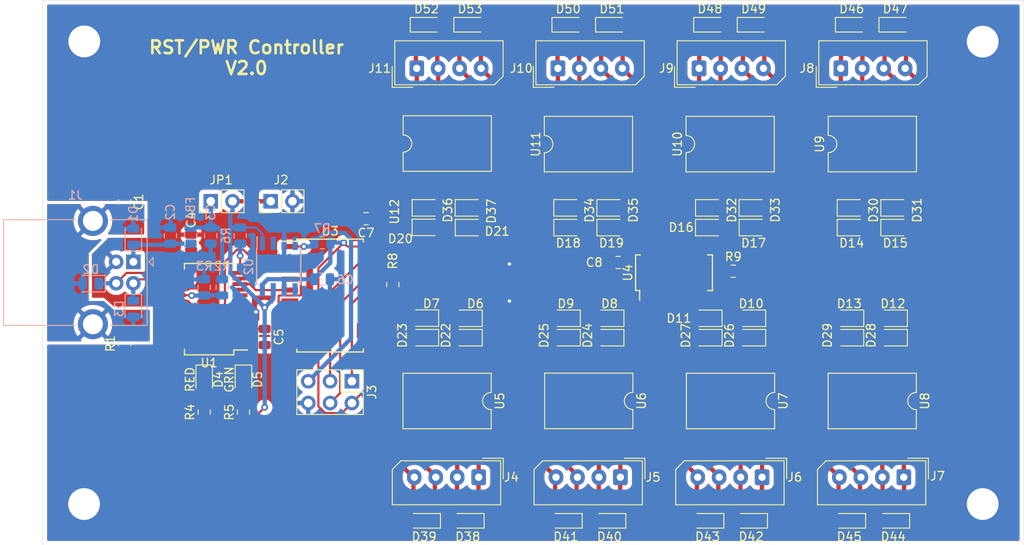
<source format=kicad_pcb>
(kicad_pcb (version 20210228) (generator pcbnew)
  (layers (0 "F.Cu" signal) (31 "B.Cu" signal) (34 "B.Paste" user) (35 "F.Paste" user) (36 "B.SilkS" user "B.Silkscreen") (37 "F.SilkS" user "F.Silkscreen") (38 "B.Mask" user) (39 "F.Mask" user) (44 "Edge.Cuts" user))
  (net 0 "")
  (net 1 "GNDPWR")
  (net 2 "Earth")
  (net 3 "Net-(C2-Pad1)")
  (net 4 "Net-(C3-Pad1)")
  (net 5 "Net-(C5-Pad1)")
  (net 6 "Net-(C6-Pad1)")
  (net 7 "Net-(D2-Pad1)")
  (net 8 "Net-(D3-Pad1)")
  (net 9 "Net-(D4-Pad2)")
  (net 10 "Net-(D4-Pad1)")
  (net 11 "Net-(D5-Pad2)")
  (net 12 "Net-(D5-Pad1)")
  (net 13 "Net-(D22-Pad2)")
  (net 14 "Net-(D6-Pad1)")
  (net 15 "Net-(D23-Pad2)")
  (net 16 "Net-(D7-Pad1)")
  (net 17 "Net-(D24-Pad2)")
  (net 18 "Net-(D8-Pad1)")
  (net 19 "Net-(D25-Pad2)")
  (net 20 "Net-(D9-Pad1)")
  (net 21 "Net-(D10-Pad2)")
  (net 22 "Net-(D10-Pad1)")
  (net 23 "Net-(D11-Pad2)")
  (net 24 "Net-(D11-Pad1)")
  (net 25 "Net-(D12-Pad2)")
  (net 26 "Net-(D12-Pad1)")
  (net 27 "Net-(D13-Pad2)")
  (net 28 "Net-(D13-Pad1)")
  (net 29 "Net-(D14-Pad2)")
  (net 30 "Net-(D14-Pad1)")
  (net 31 "Net-(D15-Pad2)")
  (net 32 "Net-(D15-Pad1)")
  (net 33 "Net-(D16-Pad2)")
  (net 34 "Net-(D16-Pad1)")
  (net 35 "Net-(D17-Pad2)")
  (net 36 "Net-(D17-Pad1)")
  (net 37 "Net-(D18-Pad2)")
  (net 38 "Net-(D18-Pad1)")
  (net 39 "Net-(D19-Pad2)")
  (net 40 "Net-(D19-Pad1)")
  (net 41 "Net-(D20-Pad2)")
  (net 42 "Net-(D20-Pad1)")
  (net 43 "Net-(D21-Pad2)")
  (net 44 "Net-(D21-Pad1)")
  (net 45 "Net-(D38-Pad2)")
  (net 46 "Net-(D38-Pad1)")
  (net 47 "Net-(D39-Pad2)")
  (net 48 "Net-(D39-Pad1)")
  (net 49 "Net-(D40-Pad2)")
  (net 50 "Net-(D40-Pad1)")
  (net 51 "Net-(D41-Pad2)")
  (net 52 "Net-(D41-Pad1)")
  (net 53 "Net-(D42-Pad2)")
  (net 54 "Net-(D42-Pad1)")
  (net 55 "Net-(D43-Pad2)")
  (net 56 "Net-(D43-Pad1)")
  (net 57 "Net-(D44-Pad2)")
  (net 58 "Net-(D44-Pad1)")
  (net 59 "Net-(D45-Pad2)")
  (net 60 "Net-(D45-Pad1)")
  (net 61 "Net-(D46-Pad2)")
  (net 62 "Net-(D46-Pad1)")
  (net 63 "Net-(D47-Pad2)")
  (net 64 "Net-(D47-Pad1)")
  (net 65 "Net-(D48-Pad2)")
  (net 66 "Net-(D48-Pad1)")
  (net 67 "Net-(D49-Pad2)")
  (net 68 "Net-(D49-Pad1)")
  (net 69 "Net-(D50-Pad2)")
  (net 70 "Net-(D50-Pad1)")
  (net 71 "Net-(D51-Pad2)")
  (net 72 "Net-(D51-Pad1)")
  (net 73 "Net-(D52-Pad2)")
  (net 74 "Net-(D52-Pad1)")
  (net 75 "Net-(D53-Pad2)")
  (net 76 "Net-(D53-Pad1)")
  (net 77 "Net-(J3-Pad5)")
  (net 78 "Net-(J3-Pad4)")
  (net 79 "Net-(J3-Pad3)")
  (net 80 "Net-(J3-Pad1)")
  (net 81 "Net-(R2-Pad2)")
  (net 82 "Net-(R6-Pad2)")
  (net 83 "Net-(R8-Pad1)")
  (net 84 "Net-(R9-Pad1)")
  (net 85 "Net-(U1-Pad5)")
  (net 86 "Net-(U1-Pad1)")
  (net 87 "Net-(U3-Pad14)")
  (net 88 "Net-(U3-Pad13)")
  (net 89 "Net-(U3-Pad12)")
  (net 90 "Net-(C4-Pad1)")
  (net 91 "Net-(U1-Pad12)")
  (footprint "Capacitor_SMD:C_0805_2012Metric" (layer "F.Cu") (at 70.485 67.945 -90)
    (fp_text reference "C1")
    (fp_text value "NOPOP")
  )
  (footprint "Capacitor_SMD:C_0805_2012Metric" (layer "F.Cu") (at 86.8045 83.686 -90)
    (fp_text reference "C5")
    (fp_text value "100n")
  )
  (footprint "LED_SMD:LED_0805_2012Metric" (layer "F.Cu") (at 79.756 88.639 -90)
    (fp_text reference "D4")
    (fp_text value "RED")
  )
  (footprint "LED_SMD:LED_0805_2012Metric" (layer "F.Cu") (at 84.328 88.639 -90)
    (fp_text reference "D5")
    (fp_text value "GRN")
  )
  (footprint "Resistor_SMD:R_0805_2012Metric" (layer "F.Cu") (at 70.485 84.455 90)
    (fp_text reference "R1")
    (fp_text value "0Ω")
  )
  (footprint "Resistor_SMD:R_0805_2012Metric" (layer "F.Cu") (at 79.756 92.449 90)
    (fp_text reference "R4")
    (fp_text value "1kΩ")
  )
  (footprint "Resistor_SMD:R_0805_2012Metric" (layer "F.Cu") (at 84.328 92.449 90)
    (fp_text reference "R5")
    (fp_text value "1kΩ")
  )
  (footprint "Resistor_SMD:R_0805_2012Metric" (layer "F.Cu") (at 101.727 77.59 90)
    (fp_text reference "R8")
    (fp_text value "10kΩ")
  )
  (footprint "Connector_PinHeader_2.54mm:PinHeader_1x02_P2.54mm_Vertical" (layer "F.Cu") (at 87.503 67.8745 90)
    (fp_text reference "J2")
    (fp_text value "~")
  )
  (footprint "Capacitor_SMD:C_0805_2012Metric" (layer "F.Cu") (at 98.6155 69.9065 180)
    (fp_text reference "C7")
    (fp_text value "100n")
  )
  (footprint "Package_SO:SSOP-28_5.3x10.2mm_P0.65mm" (layer "F.Cu") (at 80.3275 80.4475 180)
    (fp_text reference "U1")
    (fp_text value "FT232RL")
  )
  (footprint "Connector_PinHeader_2.54mm:PinHeader_1x02_P2.54mm_Vertical" (layer "F.Cu") (at 80.518 67.8745 90)
    (fp_text reference "JP1")
    (fp_text value "~")
  )
  (footprint "Package_SO:SOIC-20W_7.5x12.8mm_P1.27mm" (layer "F.Cu") (at 94.4245 78.86)
    (fp_text reference "U3")
    (fp_text value "ATtiny2313A-20SU")
  )
  (footprint "Package_DIP:SMDIP-8_W9.53mm" (layer "F.Cu") (at 108.077 61.1505 90)
    (fp_text reference "U12")
    (fp_text value "LTV-827S")
  )
  (footprint "Package_DIP:SMDIP-8_W9.53mm" (layer "F.Cu") (at 157.602448 61.20671 90)
    (fp_text reference "U9")
    (fp_text value "LTV-827S")
  )
  (footprint "Package_DIP:SMDIP-8_W9.53mm" (layer "F.Cu") (at 141.0335 61.214 90)
    (fp_text reference "U10")
    (fp_text value "LTV-827S")
  )
  (footprint "LED_SMD:LED_0805_2012Metric" (layer "F.Cu") (at 105.664 70.9168)
    (fp_text reference "D20")
    (fp_text value "RED")
  )
  (footprint "Connector_Molex:Molex_SPOX_5267-04A_1x04_P2.50mm_Vertical" (layer "F.Cu") (at 153.924 52.3875)
    (fp_text reference "J8")
    (fp_text value "~")
  )
  (footprint "Connector_Molex:Molex_SPOX_5267-04A_1x04_P2.50mm_Vertical" (layer "F.Cu") (at 104.521 52.3875)
    (fp_text reference "J11")
    (fp_text value "~")
  )
  (footprint "Diode_SMD:D_0805_2012Metric" (layer "F.Cu") (at 138.684 68.6435)
    (fp_text reference "D32")
    (fp_text value "~")
  )
  (footprint "LED_SMD:LED_0805_2012Metric" (layer "F.Cu") (at 160.274 70.9422)
    (fp_text reference "D15")
    (fp_text value "GRN")
  )
  (footprint "Diode_SMD:D_0805_2012Metric" (layer "F.Cu") (at 155.194 68.6435)
    (fp_text reference "D30")
    (fp_text value "~")
  )
  (footprint "Diode_SMD:D_0805_2012Metric" (layer "F.Cu") (at 143.764 68.6435)
    (fp_text reference "D33")
    (fp_text value "~")
  )
  (footprint "LED_SMD:LED_0805_2012Metric" (layer "F.Cu") (at 143.764 70.9422)
    (fp_text reference "D17")
    (fp_text value "GRN")
  )
  (footprint "Diode_SMD:D_0805_2012Metric" (layer "F.Cu") (at 105.664 68.6435)
    (fp_text reference "D36")
    (fp_text value "~")
  )
  (footprint "LED_SMD:LED_0805_2012Metric" (layer "F.Cu") (at 110.6932 70.9422)
    (fp_text reference "D21")
    (fp_text value "GRN")
  )
  (footprint "Diode_SMD:D_SOD-323_HandSoldering" (layer "F.Cu") (at 110.744 47.3075)
    (fp_text reference "D53")
    (fp_text value "~")
  )
  (footprint "Diode_SMD:D_SOD-323_HandSoldering" (layer "F.Cu") (at 105.664 47.3075)
    (fp_text reference "D52")
    (fp_text value "~")
  )
  (footprint "Diode_SMD:D_SOD-323_HandSoldering" (layer "F.Cu") (at 143.764 47.3075)
    (fp_text reference "D49")
    (fp_text value "~")
  )
  (footprint "Diode_SMD:D_SOD-323_HandSoldering" (layer "F.Cu") (at 138.684 47.3075)
    (fp_text reference "D48")
    (fp_text value "~")
  )
  (footprint "Diode_SMD:D_SOD-323_HandSoldering" (layer "F.Cu") (at 160.274 47.3075)
    (fp_text reference "D47")
    (fp_text value "~")
  )
  (footprint "Diode_SMD:D_SOD-323_HandSoldering" (layer "F.Cu") (at 155.194 47.3075)
    (fp_text reference "D46")
    (fp_text value "~")
  )
  (footprint "Diode_SMD:D_0805_2012Metric" (layer "F.Cu") (at 110.6805 68.6435)
    (fp_text reference "D37")
    (fp_text value "~")
  )
  (footprint "Connector_Molex:Molex_SPOX_5267-04A_1x04_P2.50mm_Vertical" (layer "F.Cu") (at 137.414 52.3875)
    (fp_text reference "J9")
    (fp_text value "~")
  )
  (footprint "Diode_SMD:D_0805_2012Metric" (layer "F.Cu") (at 160.274 68.6435)
    (fp_text reference "D31")
    (fp_text value "~")
  )
  (footprint "LED_SMD:LED_0805_2012Metric" (layer "F.Cu") (at 155.194 70.9422)
    (fp_text reference "D14")
    (fp_text value "RED")
  )
  (footprint "LED_SMD:LED_0805_2012Metric" (layer "F.Cu") (at 110.4646 81.5086 180)
    (fp_text reference "D6")
    (fp_text value "RED")
  )
  (footprint "Diode_SMD:D_0805_2012Metric" (layer "F.Cu") (at 110.4646 83.7692 180)
    (fp_text reference "D22")
    (fp_text value "~")
  )
  (footprint "Diode_SMD:D_SOD-323_HandSoldering" (layer "F.Cu") (at 138.4046 105.1052 180)
    (fp_text reference "D43")
    (fp_text value "~")
  )
  (footprint "Diode_SMD:D_SOD-323_HandSoldering" (layer "F.Cu") (at 143.4846 105.1052 180)
    (fp_text reference "D42")
    (fp_text value "~")
  )
  (footprint "Diode_SMD:D_SOD-323_HandSoldering" (layer "F.Cu") (at 160.0431 105.1052 180)
    (fp_text reference "D44")
    (fp_text value "~")
  )
  (footprint "Diode_SMD:D_0805_2012Metric" (layer "F.Cu") (at 138.4046 83.7692 180)
    (fp_text reference "D27")
    (fp_text value "~")
  )
  (footprint "LED_SMD:LED_0805_2012Metric" (layer "F.Cu") (at 159.9946 81.5086 180)
    (fp_text reference "D12")
    (fp_text value "RED")
  )
  (footprint "LED_SMD:LED_0805_2012Metric" (layer "F.Cu") (at 154.9146 81.5086 180)
    (fp_text reference "D13")
    (fp_text value "GRN")
  )
  (footprint "Diode_SMD:D_0805_2012Metric" (layer "F.Cu") (at 159.9946 83.7692 180)
    (fp_text reference "D28")
    (fp_text value "~")
  )
  (footprint "Connector_Molex:Molex_SPOX_5267-04A_1x04_P2.50mm_Vertical" (layer "F.Cu") (at 161.2646 100.0252 180)
    (fp_text reference "J7")
    (fp_text value "~")
  )
  (footprint "Diode_SMD:D_0805_2012Metric" (layer "F.Cu") (at 105.3846 83.7692 180)
    (fp_text reference "D23")
    (fp_text value "~")
  )
  (footprint "Diode_SMD:D_0805_2012Metric" (layer "F.Cu") (at 154.9146 83.7692 180)
    (fp_text reference "D29")
    (fp_text value "~")
  )
  (footprint "Connector_Molex:Molex_SPOX_5267-04A_1x04_P2.50mm_Vertical" (layer "F.Cu") (at 144.7546 100.0252 180)
    (fp_text reference "J6")
    (fp_text value "~")
  )
  (footprint "Diode_SMD:D_SOD-323_HandSoldering" (layer "F.Cu") (at 154.9146 105.1052 180)
    (fp_text reference "D45")
    (fp_text value "~")
  )
  (footprint "Diode_SMD:D_0805_2012Metric" (layer "F.Cu") (at 143.4846 83.7692 180)
    (fp_text reference "D26")
    (fp_text value "~")
  )
  (footprint "Diode_SMD:D_SOD-323_HandSoldering" (layer "F.Cu") (at 105.3846 105.1052 180)
    (fp_text reference "D39")
    (fp_text value "~")
  )
  (footprint "LED_SMD:LED_0805_2012Metric" (layer "F.Cu") (at 105.3846 81.4832 180)
    (fp_text reference "D7")
    (fp_text value "GRN")
  )
  (footprint "Connector_Molex:Molex_SPOX_5267-04A_1x04_P2.50mm_Vertical" (layer "F.Cu") (at 128.2446 100.0252 180)
    (fp_text reference "J5")
    (fp_text value "~")
  )
  (footprint "LED_SMD:LED_0805_2012Metric" (layer "F.Cu") (at 143.4846 81.5086 180)
    (fp_text reference "D10")
    (fp_text value "RED")
  )
  (footprint "LED_SMD:LED_0805_2012Metric" (layer "F.Cu") (at 138.4046 81.5086 180)
    (fp_text reference "D11")
    (fp_text value "GRN")
  )
  (footprint "Diode_SMD:D_SOD-323_HandSoldering" (layer "F.Cu") (at 110.4646 105.1052 180)
    (fp_text reference "D38")
    (fp_text value "~")
  )
  (footprint "Connector_Molex:Molex_SPOX_5267-04A_1x04_P2.50mm_Vertical" (layer "F.Cu") (at 111.7346 100.0252 180)
    (fp_text reference "J4")
    (fp_text value "~")
  )
  (footprint "Package_SO:SSOP-24_3.9x8.7mm_P0.635mm" (layer "F.Cu") (at 134.493 76.2 90)
    (fp_text reference "U4")
    (fp_text value "TLC59281")
  )
  (footprint "Package_DIP:SMDIP-8_W9.53mm" (layer "F.Cu") (at 108.056152 91.14499 -90)
    (fp_text reference "U5")
    (fp_text value "LTV-827S")
  )
  (footprint "Package_DIP:SMDIP-8_W9.53mm" (layer "F.Cu") (at 141.076152 91.14499 -90)
    (fp_text reference "U7")
    (fp_text value "LTV-827S")
  )
  (footprint "Package_DIP:SMDIP-8_W9.53mm" (layer "F.Cu") (at 157.586152 91.14499 -90)
    (fp_text reference "U8")
    (fp_text value "LTV-827S")
  )
  (footprint "LED_SMD:LED_0805_2012Metric" (layer "F.Cu") (at 138.684 70.9422)
    (fp_text reference "D16")
    (fp_text value "RED")
  )
  (footprint "Package_DIP:SMDIP-8_W9.53mm" (layer "F.Cu") (at 124.5235 61.214 90)
    (fp_text reference "U11")
    (fp_text value "LTV-827S")
  )
  (footprint "Diode_SMD:D_0805_2012Metric" (layer "F.Cu") (at 127.1905 68.6435)
    (fp_text reference "D35")
    (fp_text value "~")
  )
  (footprint "Diode_SMD:D_SOD-323_HandSoldering" (layer "F.Cu") (at 127.254 47.3075)
    (fp_text reference "D51")
    (fp_text value "~")
  )
  (footprint "Diode_SMD:D_SOD-323_HandSoldering" (layer "F.Cu") (at 122.174 47.3075)
    (fp_text reference "D50")
    (fp_text value "~")
  )
  (footprint "Connector_Molex:Molex_SPOX_5267-04A_1x04_P2.50mm_Vertical" (layer "F.Cu") (at 120.9675 52.3875)
    (fp_text reference "J10")
    (fp_text value "~")
  )
  (footprint "LED_SMD:LED_0805_2012Metric" (layer "F.Cu") (at 127.2032 70.9422)
    (fp_text reference "D19")
    (fp_text value "GRN")
  )
  (footprint "LED_SMD:LED_0805_2012Metric" (layer "F.Cu") (at 122.174 70.9422)
    (fp_text reference "D18")
    (fp_text value "RED")
  )
  (footprint "Diode_SMD:D_0805_2012Metric" (layer "F.Cu") (at 122.174 68.6435)
    (fp_text reference "D34")
    (fp_text value "~")
  )
  (footprint "Diode_SMD:D_0805_2012Metric" (layer "F.Cu") (at 121.8946 83.7692 180)
    (fp_text reference "D25")
    (fp_text value "~")
  )
  (footprint "Diode_SMD:D_0805_2012Metric" (layer "F.Cu") (at 126.9746 83.7692 180)
    (fp_text reference "D24")
    (fp_text value "~")
  )
  (footprint "Diode_SMD:D_SOD-323_HandSoldering" (layer "F.Cu") (at 126.9746 105.1052 180)
    (fp_text reference "D40")
    (fp_text value "~")
  )
  (footprint "Diode_SMD:D_SOD-323_HandSoldering" (layer "F.Cu") (at 121.8946 105.1052 180)
    (fp_text reference "D41")
    (fp_text value "~")
  )
  (footprint "LED_SMD:LED_0805_2012Metric" (layer "F.Cu") (at 126.9746 81.5086 180)
    (fp_text reference "D8")
    (fp_text value "RED")
  )
  (footprint "LED_SMD:LED_0805_2012Metric" (layer "F.Cu") (at 121.8946 81.5086 180)
    (fp_text reference "D9")
    (fp_text value "GRN")
  )
  (footprint "Package_DIP:SMDIP-8_W9.53mm" (layer "F.Cu") (at 124.5616 91.1352 -90)
    (fp_text reference "U6")
    (fp_text value "LTV-827S")
  )
  (footprint "Capacitor_SMD:C_0805_2012Metric" (layer "F.Cu") (at 127.9906 75.0062 180)
    (fp_text reference "C8")
    (fp_text value "100n")
  )
  (footprint "Resistor_SMD:R_0805_2012Metric" (layer "F.Cu") (at 141.4018 76.0222)
    (fp_text reference "R9")
    (fp_text value "4.99kΩ")
  )
  (footprint "Capacitor_SMD:C_0805_2012Metric" (layer "F.Cu") (at 78.232 72.7005 90)
    (fp_text reference "C4")
    (fp_text value "100n")
  )
  (footprint "Connector_PinHeader_2.54mm:PinHeader_2x03_P2.54mm_Vertical" (layer "F.Cu") (at 96.9645 88.8422 -90)
    (fp_text reference "J3")
    (fp_text value "ICSP")
  )
  (footprint "Capacitor_SMD:C_0805_2012Metric" (layer "B.Cu") (at 93.472 76.955)
    (fp_text reference "C6")
    (fp_text value "100n")
  )
  (footprint "Diode_SMD:D_0805_2012Metric" (layer "B.Cu") (at 71.501 80.391 -90)
    (fp_text reference "D3")
    (fp_text value "~")
  )
  (footprint "Resistor_SMD:R_0805_2012Metric" (layer "B.Cu") (at 81.8515 77.9075 -90)
    (fp_text reference "R2")
    (fp_text value "4.7kΩ")
  )
  (footprint "Diode_SMD:D_0805_2012Metric" (layer "B.Cu") (at 66.548 77.47 180)
    (fp_text reference "D2")
    (fp_text value "~")
  )
  (footprint "Resistor_SMD:R_0805_2012Metric" (layer "B.Cu") (at 83.947 71.875 -90)
    (fp_text reference "R6")
    (fp_text value "10kΩ")
  )
  (footprint "Resistor_SMD:R_0805_2012Metric" (layer "B.Cu") (at 93.51642 72.696139 180)
    (fp_text reference "R7")
    (fp_text value "10kΩ")
  )
  (footprint "Package_SO:SOIC-8_3.9x4.9mm_P1.27mm" (layer "B.Cu") (at 88.43642 75.490139 -90)
    (fp_text reference "U2")
    (fp_text value "MIC2025-1YM")
  )
  (footprint "Capacitor_SMD:C_0805_2012Metric" (layer "B.Cu") (at 75.819 71.875 90)
    (fp_text reference "C2")
    (fp_text value "10n")
  )
  (footprint "Capacitor_SMD:C_0805_2012Metric" (layer "B.Cu") (at 80.518 71.875 -90)
    (fp_text reference "C3")
    (fp_text value "4.7u")
  )
  (footprint "Inductor_SMD:L_0805_2012Metric" (layer "B.Cu") (at 78.1685 71.875 -90)
    (fp_text reference "FB1")
    (fp_text value "FB")
  )
  (footprint "Resistor_SMD:R_0805_2012Metric" (layer "B.Cu") (at 79.756 77.9075 90)
    (fp_text reference "R3")
    (fp_text value "10kΩ")
  )
  (footprint "Connector_USB:USB_B_OST_USB-B1HSxx_Horizontal" (layer "B.Cu") (at 71.501 74.93 180)
    (fp_text reference "J1")
    (fp_text value "USB_B")
  )
  (footprint "Diode_SMD:D_0805_2012Metric" (layer "B.Cu") (at 71.501 72.009 90)
    (fp_text reference "D1")
    (fp_text value "~")
  )
  (gr_line (start 60.96 44.45) (end 175.26 44.45) (layer "Edge.Cuts") (width 0.05))
  (gr_line (start 175.26 44.45) (end 175.26 107.95) (layer "Edge.Cuts") (width 0.05))
  (gr_line (start 175.26 107.95) (end 60.96 107.95) (layer "Edge.Cuts") (width 0.05))
  (gr_line (start 60.96 107.95) (end 60.96 44.45) (layer "Edge.Cuts") (width 0.05))
  (gr_text "RST/PWR Controller\nV2.0" (at 84.6836 51.1556) (layer "F.SilkS") (effects (font (size 1.5 1.5) (thickness 0.3))))
  (segment (start 85.781 80.7725) (end 85.7885 80.765) (width 0.25) (layer "F.Cu") (net 2))
  (segment (start 78.047998 78.0345) (end 78.74 78.0345) (width 0.25) (layer "F.Cu") (net 2))
  (segment (start 76.7275 82.7225) (end 76.7275 83.3725) (width 0.5) (layer "F.Cu") (net 2))
  (segment (start 76.7275 78.1725) (end 77.8525 78.1725) (width 0.25) (layer "F.Cu") (net 2))
  (segment (start 77.909998 78.1725) (end 78.047998 78.0345) (width 0.25) (layer "F.Cu") (net 2))
  (segment (start 83.9275 80.7725) (end 85.781 80.7725) (width 0.25) (layer "F.Cu") (net 2))
  (segment (start 75.6025 80.1225) (end 75.307 80.418) (width 0.25) (layer "F.Cu") (net 2))
  (segment (start 75.307 80.418) (end 75.307 83.3725) (width 0.25) (layer "F.Cu") (net 2))
  (segment (start 76.7275 80.1225) (end 75.6025 80.1225) (width 0.25) (layer "F.Cu") (net 2))
  (segment (start 76.7275 83.3725) (end 75.307 83.3725) (width 0.25) (layer "F.Cu") (net 2))
  (segment (start 77.8525 78.1725) (end 77.909998 78.1725) (width 0.25) (layer "F.Cu") (net 2))
  (via (at 170.4594 49.276) (size 6.6) (drill 3.7) (layers "F.Cu" "B.Cu") (net 2))
  (via (at 65.786 49.2506) (size 6.6) (drill 3.7) (layers "F.Cu" "B.Cu") (net 2))
  (via (at 170.4594 103.1494) (size 6.6) (drill 3.7) (layers "F.Cu" "B.Cu") (net 2))
  (via (at 65.7606 103.1494) (size 6.6) (drill 3.7) (layers "F.Cu" "B.Cu") (net 2))
  (via (at 85.7885 80.765) (size 0.8) (drill 0.4) (layers "F.Cu" "B.Cu") (net 2))
  (via (at 115.316 75.184) (size 0.8) (drill 0.4) (layers "F.Cu" "B.Cu") (net 2))
  (via (at 115.316 79.502) (size 0.8) (drill 0.4) (layers "F.Cu" "B.Cu") (net 2))
  (segment (start 75.819 72.8125) (end 78.1685 72.8125) (width 0.5) (layer "B.Cu") (net 3))
  (segment (start 71.501 74.93) (end 71.501 72.9465) (width 0.5) (layer "B.Cu") (net 3))
  (segment (start 71.501 72.9465) (end 75.685 72.9465) (width 0.5) (layer "B.Cu") (net 3))
  (segment (start 81.8515 71.471) (end 81.8515 76.97) (width 0.5) (layer "B.Cu") (net 4))
  (segment (start 80.518 70.9375) (end 80.518 67.8745) (width 0.5) (layer "B.Cu") (net 4))
  (segment (start 81.318 70.9375) (end 81.8515 71.471) (width 0.5) (layer "B.Cu") (net 4))
  (segment (start 80.518 70.9375) (end 81.318 70.9375) (width 0.5) (layer "B.Cu") (net 4))
  (segment (start 78.1685 70.9375) (end 80.518 70.9375) (width 0.5) (layer "B.Cu") (net 4))
  (segment (start 85.2955 93.3865) (end 86.8045 91.8775) (width 0.25) (layer "F.Cu") (net 5))
  (segment (start 81.1025 82.7225) (end 83.9275 82.7225) (width 0.25) (layer "F.Cu") (net 5))
  (segment (start 76.7275 79.4725) (end 77.8525 79.4725) (width 0.25) (layer "F.Cu") (net 5))
  (segment (start 83.058 67.8745) (end 87.503 67.8745) (width 0.5) (layer "F.Cu") (net 5))
  (segment (start 83.9275 82.7225) (end 86.7785 82.7225) (width 0.25) (layer "F.Cu") (net 5))
  (segment (start 84.328 93.3865) (end 85.2955 93.3865) (width 0.25) (layer "F.Cu") (net 5))
  (segment (start 77.8525 79.4725) (end 81.1025 82.7225) (width 0.25) (layer "F.Cu") (net 5))
  (segment (start 86.8045 80.257) (end 86.8045 82.7485) (width 0.25) (layer "F.Cu") (net 5))
  (segment (start 79.756 93.3865) (end 84.328 93.3865) (width 0.25) (layer "F.Cu") (net 5))
  (via (at 86.8045 80.257) (size 0.8) (drill 0.4) (layers "F.Cu" "B.Cu") (net 5))
  (via (at 86.8045 91.8775) (size 0.8) (drill 0.4) (layers "F.Cu" "B.Cu") (net 5))
  (segment (start 85.8162 70.9375) (end 83.947 70.9375) (width 0.25) (layer "B.Cu") (net 5))
  (segment (start 82.79699 69.337591) (end 82.79699 70.9225) (width 0.5) (layer "B.Cu") (net 5))
  (segment (start 86.8045 80.257) (end 86.8045 91.814) (width 0.5) (layer "B.Cu") (net 5))
  (segment (start 82.81199 70.9375) (end 82.79699 70.9225) (width 0.5) (layer "B.Cu") (net 5))
  (segment (start 86.8045 80.257) (end 87.80142 79.26008) (width 0.5) (layer "B.Cu") (net 5))
  (segment (start 86.53142 71.65272) (end 85.8162 70.9375) (width 0.25) (layer "B.Cu") (net 5))
  (segment (start 83.947 70.9375) (end 82.81199 70.9375) (width 0.5) (layer "B.Cu") (net 5))
  (segment (start 86.404501 79.841875) (end 86.404501 79.857001) (width 0.5) (layer "B.Cu") (net 5))
  (segment (start 86.404501 79.857001) (end 86.8045 80.257) (width 0.5) (layer "B.Cu") (net 5))
  (segment (start 87.80142 79.26008) (end 87.80142 78.190139) (width 0.5) (layer "B.Cu") (net 5))
  (segment (start 82.79699 76.234364) (end 86.404501 79.841875) (width 0.5) (layer "B.Cu") (net 5))
  (segment (start 82.79699 69.337591) (end 83.058 69.076581) (width 0.5) (layer "B.Cu") (net 5))
  (segment (start 82.79699 70.9225) (end 82.79699 76.234364) (width 0.5) (layer "B.Cu") (net 5))
  (segment (start 83.058 69.076581) (end 83.058 67.8745) (width 0.5) (layer "B.Cu") (net 5))
  (segment (start 86.53142 72.790139) (end 86.53142 71.65272) (width 0.25) (layer "B.Cu") (net 5))
  (segment (start 137.7465 68.6435) (end 137.7465 66.502) (width 0.25) (layer "F.Cu") (net 6))
  (segment (start 142.3035 65.979) (end 142.3035 64.516) (width 0.25) (layer "F.Cu") (net 6))
  (segment (start 154.2565 68.6435) (end 154.2565 66.435762) (width 0.25) (layer "F.Cu") (net 6))
  (segment (start 142.8265 68.6435) (end 142.8265 66.502) (width 0.25) (layer "F.Cu") (net 6))
  (segment (start 109.743 68.6435) (end 109.743 66.3115) (width 0.25) (layer "F.Cu") (net 6))
  (segment (start 104.7265 68.6435) (end 104.7265 66.375) (width 0.25) (layer "F.Cu") (net 6))
  (segment (start 109.347 65.9155) (end 109.347 64.516) (width 0.25) (layer "F.Cu") (net 6))
  (segment (start 104.267 64.516) (end 104.267 65.9155) (width 0.25) (layer "F.Cu") (net 6))
  (segment (start 137.2235 65.979) (end 137.2235 64.516) (width 0.25) (layer "F.Cu") (net 6))
  (segment (start 104.267 64.516) (end 125.7935 64.516) (width 0.25) (layer "F.Cu") (net 6))
  (segment (start 142.3035 64.516) (end 137.2235 64.516) (width 0.25) (layer "F.Cu") (net 6))
  (segment (start 158.877 64.516) (end 153.797 64.516) (width 0.25) (layer "F.Cu") (net 6))
  (segment (start 159.3365 68.6435) (end 159.3365 66.435762) (width 0.25) (layer "F.Cu") (net 6))
  (segment (start 158.872448 64.520552) (end 158.877 64.516) (width 0.25) (layer "F.Cu") (net 6))
  (segment (start 158.872448 65.97171) (end 158.872448 64.520552) (width 0.25) (layer "F.Cu") (net 6))
  (segment (start 153.792448 64.520552) (end 153.797 64.516) (width 0.25) (layer "F.Cu") (net 6))
  (segment (start 153.792448 65.97171) (end 153.792448 64.520552) (width 0.25) (layer "F.Cu") (net 6))
  (segment (start 160.9321 83.7692) (end 160.9321 85.915938) (width 0.25) (layer "F.Cu") (net 6))
  (segment (start 106.786152 86.37999) (end 106.786152 87.892148) (width 0.25) (layer "F.Cu") (net 6))
  (segment (start 155.8521 83.7692) (end 155.8521 85.915938) (width 0.25) (layer "F.Cu") (net 6))
  (segment (start 161.396152 87.62999) (end 161.3916 87.634542) (width 0.25) (layer "F.Cu") (net 6))
  (segment (start 161.3916 87.634542) (end 161.3916 87.8967) (width 0.25) (layer "F.Cu") (net 6))
  (segment (start 161.396152 86.37999) (end 161.396152 87.62999) (width 0.25) (layer "F.Cu") (net 6))
  (segment (start 156.316152 87.892148) (end 156.3116 87.8967) (width 0.25) (layer "F.Cu") (net 6))
  (segment (start 156.316152 86.37999) (end 156.316152 87.892148) (width 0.25) (layer "F.Cu") (net 6))
  (segment (start 156.3116 87.8967) (end 161.3916 87.8967) (width 0.25) (layer "F.Cu") (net 6))
  (segment (start 144.886152 86.37999) (end 144.886152 87.892148) (width 0.25) (layer "F.Cu") (net 6))
  (segment (start 111.866152 86.37999) (end 111.866152 87.892148) (width 0.25) (layer "F.Cu") (net 6))
  (segment (start 106.3221 83.7692) (end 106.3221 85.915938) (width 0.25) (layer "F.Cu") (net 6))
  (segment (start 139.3421 83.7692) (end 139.3421 85.915938) (width 0.25) (layer "F.Cu") (net 6))
  (segment (start 111.4021 83.7692) (end 111.4021 85.915938) (width 0.25) (layer "F.Cu") (net 6))
  (segment (start 144.4221 83.7692) (end 144.4221 85.915938) (width 0.25) (layer "F.Cu") (net 6))
  (segment (start 121.2365 68.6435) (end 121.2365 66.502) (width 0.25) (layer "F.Cu") (net 6))
  (segment (start 120.7135 65.979) (end 120.7135 64.516) (width 0.25) (layer "F.Cu") (net 6))
  (segment (start 127.9121 83.7692) (end 127.9121 85.9107) (width 0.25) (layer "F.Cu") (net 6))
  (segment (start 122.8321 83.7692) (end 122.8321 85.9107) (width 0.25) (layer "F.Cu") (net 6))
  (segment (start 125.7935 64.516) (end 137.2235 64.516) (width 0.25) (layer "F.Cu") (net 6))
  (segment (start 131.0386 75.0062) (end 128.9281 75.0062) (width 0.25) (layer "F.Cu") (net 6))
  (segment (start 153.787896 64.516) (end 153.792448 64.520552) (width 0.25) (layer "F.Cu") (net 6))
  (segment (start 95.789499 92.557201) (end 93.860499 92.557201) (width 0.25) (layer "F.Cu") (net 6))
  (segment (start 96.9645 91.3822) (end 95.789499 92.557201) (width 0.25) (layer "F.Cu") (net 6))
  (segment (start 126.253 68.6435) (end 126.253 66.4385) (width 0.25) (layer "F.Cu") (net 6))
  (segment (start 101.727 74.5225) (end 101.727 76.6525) (width 0.25) (layer "F.Cu") (net 6))
  (segment (start 99.553 69.9065) (end 99.553 72.7165) (width 0.25) (layer "F.Cu") (net 6))
  (segment (start 99.553 72.7165) (end 99.1245 73.145) (width 0.25) (layer "F.Cu") (net 6))
  (segment (start 93.059501 91.756203) (end 93.059501 75.652999) (width 0.25) (layer "F.Cu") (net 6))
  (segment (start 139.8016 87.634542) (end 139.8016 87.892148) (width 0.25) (layer "F.Cu") (net 6))
  (segment (start 93.059501 75.652999) (end 96.012 72.7005) (width 0.25) (layer "F.Cu") (net 6))
  (segment (start 128.3716 87.892148) (end 139.8016 87.892148) (width 0.25) (layer "F.Cu") (net 6))
  (segment (start 123.2916 87.892148) (end 128.3716 87.892148) (width 0.25) (layer "F.Cu") (net 6))
  (segment (start 144.886152 87.892148) (end 156.316152 87.892148) (width 0.25) (layer "F.Cu") (net 6))
  (segment (start 93.860499 92.557201) (end 93.059501 91.756203) (width 0.25) (layer "F.Cu") (net 6))
  (segment (start 160.9321 83.7692) (end 161.74461 82.95669) (width 0.25) (layer "F.Cu") (net 6))
  (segment (start 99.553 69.9065) (end 100.816 68.6435) (width 0.25) (layer "F.Cu") (net 6))
  (segment (start 96.4565 73.145) (end 96.012 72.7005) (width 0.25) (layer "F.Cu") (net 6))
  (segment (start 142.3035 64.516) (end 153.787896 64.516) (width 0.25) (layer "F.Cu") (net 6))
  (segment (start 96.4565 73.145) (end 100.3495 73.145) (width 0.25) (layer "F.Cu") (net 6))
  (segment (start 123.2916 86.3702) (end 123.2916 87.892148) (width 0.25) (layer "F.Cu") (net 6))
  (segment (start 139.806152 87.62999) (end 139.8016 87.634542) (width 0.25) (layer "F.Cu") (net 6))
  (segment (start 100.454552 87.892148) (end 106.786152 87.892148) (width 0.25) (layer "F.Cu") (net 6))
  (segment (start 133.457389 77.424989) (end 131.0386 75.0062) (width 0.25) (layer "F.Cu") (net 6))
  (segment (start 139.806152 86.37999) (end 139.806152 87.62999) (width 0.25) (layer "F.Cu") (net 6))
  (segment (start 130.3343 73.6) (end 131.0005 73.6) (width 0.25) (layer "F.Cu") (net 6))
  (segment (start 158.352839 77.424989) (end 133.457389 77.424989) (width 0.25) (layer "F.Cu") (net 6))
  (segment (start 128.3716 86.3702) (end 128.3716 87.892148) (width 0.25) (layer "F.Cu") (net 6))
  (segment (start 139.8016 87.892148) (end 144.886152 87.892148) (width 0.25) (layer "F.Cu") (net 6))
  (segment (start 161.74461 82.95669) (end 161.74461 80.81676) (width 0.25) (layer "F.Cu") (net 6))
  (segment (start 161.74461 80.81676) (end 158.352839 77.424989) (width 0.25) (layer "F.Cu") (net 6))
  (segment (start 100.816 68.6435) (end 104.7265 68.6435) (width 0.25) (layer "F.Cu") (net 6))
  (segment (start 106.786152 87.892148) (end 123.2916 87.892148) (width 0.25) (layer "F.Cu") (net 6))
  (segment (start 128.9281 75.0062) (end 130.3343 73.6) (width 0.25) (layer "F.Cu") (net 6))
  (segment (start 96.9645 91.3822) (end 100.454552 87.892148) (width 0.25) (layer "F.Cu") (net 6))
  (segment (start 125.7935 64.516) (end 125.7935 65.979) (width 0.25) (layer "F.Cu") (net 6))
  (segment (start 100.3495 73.145) (end 101.727 74.5225) (width 0.25) (layer "F.Cu") (net 6))
  (via (at 96.012 72.7005) (size 0.8) (drill 0.4) (layers "F.Cu" "B.Cu") (net 6))
  (segment (start 94.45392 75.03558) (end 94.45392 72.696139) (width 0.5) (layer "B.Cu") (net 6))
  (segment (start 94.45392 72.696139) (end 96.007639 72.696139) (width 0.5) (layer "B.Cu") (net 6))
  (segment (start 89.027 76.955) (end 87.151557 76.955) (width 0.5) (layer "B.Cu") (net 6))
  (segment (start 89.07142 78.190139) (end 89.07142 76.99942) (width 0.5) (layer "B.Cu") (net 6))
  (segment (start 96.007639 72.696139) (end 96.012 72.7005) (width 0.5) (layer "B.Cu") (net 6))
  (segment (start 89.07142 76.99942) (end 89.027 76.955) (width 0.5) (layer "B.Cu") (net 6))
  (segment (start 92.5345 76.955) (end 94.45392 75.03558) (width 0.5) (layer "B.Cu") (net 6))
  (segment (start 87.151557 76.955) (end 86.53142 77.575137) (width 0.5) (layer "B.Cu") (net 6))
  (segment (start 92.5345 76.955) (end 89.027 76.955) (width 0.5) (layer "B.Cu") (net 6))
  (segment (start 86.53142 77.575137) (end 86.53142 78.665139) (width 0.5) (layer "B.Cu") (net 6))
  (segment (start 70.7085 76.2225) (end 76.7275 76.2225) (width 0.25) (layer "F.Cu") (net 7))
  (segment (start 69.501 77.43) (end 70.7085 76.2225) (width 0.25) (layer "F.Cu") (net 7))
  (segment (start 69.501 77.43) (end 67.5255 77.43) (width 0.5) (layer "B.Cu") (net 7))
  (segment (start 71.958011 76.972989) (end 76.627011 76.972989) (width 0.25) (layer "F.Cu") (net 8))
  (segment (start 71.501 79.4535) (end 71.501 77.43) (width 0.5) (layer "B.Cu") (net 8))
  (segment (start 79.756 91.5115) (end 79.756 89.5765) (width 0.25) (layer "F.Cu") (net 9))
  (segment (start 76.7275 81.4225) (end 77.8525 81.4225) (width 0.25) (layer "F.Cu") (net 10))
  (segment (start 79.756 83.326) (end 79.756 87.7015) (width 0.25) (layer "F.Cu") (net 10))
  (segment (start 77.8525 81.4225) (end 79.756 83.326) (width 0.25) (layer "F.Cu") (net 10))
  (segment (start 84.328 89.5765) (end 84.328 91.5115) (width 0.25) (layer "F.Cu") (net 11))
  (segment (start 84.328 87.114) (end 84.328 87.7015) (width 0.25) (layer "F.Cu") (net 12))
  (segment (start 77.9865 80.7725) (end 84.328 87.114) (width 0.25) (layer "F.Cu") (net 12))
  (segment (start 76.7275 80.7725) (end 77.9865 80.7725) (width 0.25) (layer "F.Cu") (net 12))
  (segment (start 109.5271 83.7692) (end 109.5271 81.5086) (width 0.25) (layer "F.Cu") (net 13))
  (segment (start 109.5271 83.7692) (end 109.5271 86.179042) (width 0.25) (layer "F.Cu") (net 13))
  (segment (start 132.521702 80.5688) (end 133.5405 79.550002) (width 0.25) (layer "F.Cu") (net 14))
  (segment (start 129.16041 80.5688) (end 132.521702 80.5688) (width 0.25) (layer "F.Cu") (net 14))
  (segment (start 128.17518 79.58357) (end 129.16041 80.5688) (width 0.25) (layer "F.Cu") (net 14))
  (segment (start 120.72083 79.58357) (end 128.17518 79.58357) (width 0.25) (layer "F.Cu") (net 14))
  (segment (start 118.7958 81.5086) (end 120.72083 79.58357) (width 0.25) (layer "F.Cu") (net 14))
  (segment (start 111.4021 81.5086) (end 118.7958 81.5086) (width 0.25) (layer "F.Cu") (net 14))
  (segment (start 133.5405 79.550002) (end 133.5405 78.8) (width 0.25) (layer "F.Cu") (net 14))
  (segment (start 104.4471 81.4832) (end 104.4471 83.7692) (width 0.25) (layer "F.Cu") (net 15))
  (segment (start 104.4471 83.7692) (end 104.4471 86.179042) (width 0.25) (layer "F.Cu") (net 15))
  (segment (start 106.9096 81.4832) (end 107.90921 80.48359) (width 0.25) (layer "F.Cu") (net 16))
  (segment (start 120.92777 80.03358) (end 127.98878 80.03358) (width 0.25) (layer "F.Cu") (net 16))
  (segment (start 110.4646 82.07545) (end 110.92276 82.53361) (width 0.25) (layer "F.Cu") (net 16))
  (segment (start 134.1755 79.65) (end 134.1755 78.8) (width 0.25) (layer "F.Cu") (net 16))
  (segment (start 118.42774 82.53361) (end 120.92777 80.03358) (width 0.25) (layer "F.Cu") (net 16))
  (segment (start 128.9812 81.026) (end 132.7995 81.026) (width 0.25) (layer "F.Cu") (net 16))
  (segment (start 107.90921 80.48359) (end 110.00644 80.48359) (width 0.25) (layer "F.Cu") (net 16))
  (segment (start 127.98878 80.03358) (end 128.9812 81.026) (width 0.25) (layer "F.Cu") (net 16))
  (segment (start 132.7995 81.026) (end 134.1755 79.65) (width 0.25) (layer "F.Cu") (net 16))
  (segment (start 106.3221 81.4832) (end 106.9096 81.4832) (width 0.25) (layer "F.Cu") (net 16))
  (segment (start 110.00644 80.48359) (end 110.4646 80.94175) (width 0.25) (layer "F.Cu") (net 16))
  (segment (start 110.4646 80.94175) (end 110.4646 82.07545) (width 0.25) (layer "F.Cu") (net 16))
  (segment (start 110.92276 82.53361) (end 118.42774 82.53361) (width 0.25) (layer "F.Cu") (net 16))
  (segment (start 126.0371 81.5086) (end 126.0371 83.7692) (width 0.25) (layer "F.Cu") (net 17))
  (segment (start 126.0371 83.7692) (end 126.0371 86.1647) (width 0.25) (layer "F.Cu") (net 17))
  (segment (start 134.8105 79.65141) (end 134.8105 78.8) (width 0.25) (layer "F.Cu") (net 18))
  (segment (start 127.9121 81.5086) (end 132.95331 81.5086) (width 0.25) (layer "F.Cu") (net 18))
  (segment (start 132.95331 81.5086) (end 134.8105 79.65141) (width 0.25) (layer "F.Cu") (net 18))
  (segment (start 120.9571 81.5086) (end 120.9571 83.7692) (width 0.25) (layer "F.Cu") (net 19))
  (segment (start 120.9571 83.7692) (end 120.9571 86.1647) (width 0.25) (layer "F.Cu") (net 19))
  (segment (start 126.9746 82.26159) (end 127.24662 82.53361) (width 0.25) (layer "F.Cu") (net 20))
  (segment (start 135.4455 79.65282) (end 135.4455 79.65) (width 0.25) (layer "F.Cu") (net 20))
  (segment (start 126.51644 80.48359) (end 126.9746 80.94175) (width 0.25) (layer "F.Cu") (net 20))
  (segment (start 122.8321 81.5086) (end 123.85711 80.48359) (width 0.25) (layer "F.Cu") (net 20))
  (segment (start 135.4455 79.65) (end 135.4455 78.8) (width 0.25) (layer "F.Cu") (net 20))
  (segment (start 132.56471 82.53361) (end 135.4455 79.65282) (width 0.25) (layer "F.Cu") (net 20))
  (segment (start 127.24662 82.53361) (end 132.56471 82.53361) (width 0.25) (layer "F.Cu") (net 20))
  (segment (start 123.85711 80.48359) (end 126.51644 80.48359) (width 0.25) (layer "F.Cu") (net 20))
  (segment (start 126.9746 80.94175) (end 126.9746 82.26159) (width 0.25) (layer "F.Cu") (net 20))
  (segment (start 142.5471 83.7692) (end 142.5471 86.179042) (width 0.25) (layer "F.Cu") (net 21))
  (segment (start 142.5471 81.5086) (end 142.5471 83.7692) (width 0.25) (layer "F.Cu") (net 21))
  (segment (start 136.0805 79.65) (end 136.91409 80.48359) (width 0.25) (layer "F.Cu") (net 22))
  (segment (start 142.06776 80.48359) (end 143.39709 80.48359) (width 0.25) (layer "F.Cu") (net 22))
  (segment (start 137.94644 80.48359) (end 138.4046 80.94175) (width 0.25) (layer "F.Cu") (net 22))
  (segment (start 138.86276 82.53361) (end 140.01774 82.53361) (width 0.25) (layer "F.Cu") (net 22))
  (segment (start 136.91409 80.48359) (end 137.94644 80.48359) (width 0.25) (layer "F.Cu") (net 22))
  (segment (start 140.01774 82.53361) (end 142.06776 80.48359) (width 0.25) (layer "F.Cu") (net 22))
  (segment (start 138.4046 80.94175) (end 138.4046 82.07545) (width 0.25) (layer "F.Cu") (net 22))
  (segment (start 136.0805 78.8) (end 136.0805 79.65) (width 0.25) (layer "F.Cu") (net 22))
  (segment (start 143.39709 80.48359) (end 144.4221 81.5086) (width 0.25) (layer "F.Cu") (net 22))
  (segment (start 138.4046 82.07545) (end 138.86276 82.53361) (width 0.25) (layer "F.Cu") (net 22))
  (segment (start 137.4671 83.7692) (end 137.4671 86.179042) (width 0.25) (layer "F.Cu") (net 23))
  (segment (start 137.4671 81.5086) (end 137.4671 83.7692) (width 0.25) (layer "F.Cu") (net 23))
  (segment (start 139.3421 80.7086) (end 138.6181 79.9846) (width 0.25) (layer "F.Cu") (net 24))
  (segment (start 138.6181 79.9846) (end 137.150098 79.9846) (width 0.25) (layer "F.Cu") (net 24))
  (segment (start 139.3421 81.5086) (end 139.3421 80.7086) (width 0.25) (layer "F.Cu") (net 24))
  (segment (start 136.7155 79.550002) (end 136.7155 78.8) (width 0.25) (layer "F.Cu") (net 24))
  (segment (start 137.150098 79.9846) (end 136.7155 79.550002) (width 0.25) (layer "F.Cu") (net 24))
  (segment (start 159.0571 83.7692) (end 159.0571 86.179042) (width 0.25) (layer "F.Cu") (net 25))
  (segment (start 159.0571 81.5086) (end 159.0571 83.7692) (width 0.25) (layer "F.Cu") (net 25))
  (segment (start 137.3505 77.95) (end 137.425501 77.874999) (width 0.25) (layer "F.Cu") (net 26))
  (segment (start 157.298499 77.874999) (end 160.9321 81.5086) (width 0.25) (layer "F.Cu") (net 26))
  (segment (start 137.3505 78.8) (end 137.3505 77.95) (width 0.25) (layer "F.Cu") (net 26))
  (segment (start 137.425501 77.874999) (end 157.298499 77.874999) (width 0.25) (layer "F.Cu") (net 26))
  (segment (start 153.9771 83.7692) (end 153.9771 86.179042) (width 0.25) (layer "F.Cu") (net 27))
  (segment (start 153.9771 81.5086) (end 153.9771 83.7692) (width 0.25) (layer "F.Cu") (net 27))
  (segment (start 153.1435 78.8) (end 155.8521 81.5086) (width 0.25) (layer "F.Cu") (net 28))
  (segment (start 137.9855 78.8) (end 153.1435 78.8) (width 0.25) (layer "F.Cu") (net 28))
  (segment (start 156.1315 68.6435) (end 156.1315 66.172658) (width 0.25) (layer "F.Cu") (net 29))
  (segment (start 156.1315 68.6435) (end 156.1315 70.9422) (width 0.25) (layer "F.Cu") (net 29))
  (segment (start 151.5987 73.6) (end 154.2565 70.9422) (width 0.25) (layer "F.Cu") (net 30))
  (segment (start 137.9855 73.6) (end 151.5987 73.6) (width 0.25) (layer "F.Cu") (net 30))
  (segment (start 161.2115 68.6435) (end 161.2115 66.172658) (width 0.25) (layer "F.Cu") (net 31))
  (segment (start 161.2115 68.6435) (end 161.2115 70.9422) (width 0.25) (layer "F.Cu") (net 31))
  (segment (start 137.3505 74.45) (end 137.425501 74.525001) (width 0.25) (layer "F.Cu") (net 32))
  (segment (start 155.753699 74.525001) (end 159.3365 70.9422) (width 0.25) (layer "F.Cu") (net 32))
  (segment (start 137.425501 74.525001) (end 155.753699 74.525001) (width 0.25) (layer "F.Cu") (net 32))
  (segment (start 137.3505 73.6) (end 137.3505 74.45) (width 0.25) (layer "F.Cu") (net 32))
  (segment (start 139.6215 68.6435) (end 139.6215 66.121) (width 0.25) (layer "F.Cu") (net 33))
  (segment (start 139.6215 68.6435) (end 139.6215 70.9422) (width 0.25) (layer "F.Cu") (net 33))
  (segment (start 136.7155 71.3857) (end 136.7155 73.6) (width 0.25) (layer "F.Cu") (net 34))
  (segment (start 137.159 70.9422) (end 136.7155 71.3857) (width 0.25) (layer "F.Cu") (net 34))
  (segment (start 137.7465 70.9422) (end 137.159 70.9422) (width 0.25) (layer "F.Cu") (net 34))
  (segment (start 144.7015 68.6435) (end 144.7015 66.121) (width 0.25) (layer "F.Cu") (net 35))
  (segment (start 144.7015 68.6435) (end 144.7015 70.9422) (width 0.25) (layer "F.Cu") (net 35))
  (segment (start 138.684 70.231) (end 138.684 71.50905) (width 0.25) (layer "F.Cu") (net 36))
  (segment (start 138.684 71.50905) (end 139.14216 71.96721) (width 0.25) (layer "F.Cu") (net 36))
  (segment (start 141.80149 71.96721) (end 142.8265 70.9422) (width 0.25) (layer "F.Cu") (net 36))
  (segment (start 138.37019 69.91719) (end 138.684 70.231) (width 0.25) (layer "F.Cu") (net 36))
  (segment (start 136.0805 73.6) (end 136.0805 71.10385) (width 0.25) (layer "F.Cu") (net 36))
  (segment (start 137.26716 69.91719) (end 138.37019 69.91719) (width 0.25) (layer "F.Cu") (net 36))
  (segment (start 136.0805 71.10385) (end 137.26716 69.91719) (width 0.25) (layer "F.Cu") (net 36))
  (segment (start 139.14216 71.96721) (end 141.80149 71.96721) (width 0.25) (layer "F.Cu") (net 36))
  (segment (start 123.1115 68.6435) (end 123.1115 70.9422) (width 0.25) (layer "F.Cu") (net 37))
  (segment (start 123.1115 68.6435) (end 123.1115 66.121) (width 0.25) (layer "F.Cu") (net 37))
  (segment (start 127.2032 71.50905) (end 127.2032 70.37535) (width 0.25) (layer "F.Cu") (net 38))
  (segment (start 133.22723 70.2564) (end 130.3782 70.2564) (width 0.25) (layer "F.Cu") (net 38))
  (segment (start 127.2032 70.37535) (end 126.74504 69.91719) (width 0.25) (layer "F.Cu") (net 38))
  (segment (start 135.4455 72.47467) (end 133.22723 70.2564) (width 0.25) (layer "F.Cu") (net 38))
  (segment (start 128.66739 71.96721) (end 127.66136 71.96721) (width 0.25) (layer "F.Cu") (net 38))
  (segment (start 123.61279 71.96721) (end 122.26151 71.96721) (width 0.25) (layer "F.Cu") (net 38))
  (segment (start 125.66281 69.91719) (end 123.61279 71.96721) (width 0.25) (layer "F.Cu") (net 38))
  (segment (start 127.66136 71.96721) (end 127.2032 71.50905) (width 0.25) (layer "F.Cu") (net 38))
  (segment (start 122.26151 71.96721) (end 121.2365 70.9422) (width 0.25) (layer "F.Cu") (net 38))
  (segment (start 126.74504 69.91719) (end 125.66281 69.91719) (width 0.25) (layer "F.Cu") (net 38))
  (segment (start 135.4455 73.6) (end 135.4455 72.47467) (width 0.25) (layer "F.Cu") (net 38))
  (segment (start 130.3782 70.2564) (end 128.66739 71.96721) (width 0.25) (layer "F.Cu") (net 38))
  (segment (start 128.128 68.6435) (end 128.128 70.9295) (width 0.25) (layer "F.Cu") (net 39))
  (segment (start 128.128 68.6435) (end 128.128 66.1845) (width 0.25) (layer "F.Cu") (net 39))
  (segment (start 126.2657 71.7422) (end 126.94072 72.41722) (width 0.25) (layer "F.Cu") (net 40))
  (segment (start 134.8105 72.47608) (end 134.8105 73.6) (width 0.25) (layer "F.Cu") (net 40))
  (segment (start 126.94072 72.41722) (end 128.85379 72.41722) (width 0.25) (layer "F.Cu") (net 40))
  (segment (start 133.04083 70.70641) (end 134.8105 72.47608) (width 0.25) (layer "F.Cu") (net 40))
  (segment (start 126.2657 70.9422) (end 126.2657 71.7422) (width 0.25) (layer "F.Cu") (net 40))
  (segment (start 128.85379 72.41722) (end 130.5646 70.70641) (width 0.25) (layer "F.Cu") (net 40))
  (segment (start 130.5646 70.70641) (end 133.04083 70.70641) (width 0.25) (layer "F.Cu") (net 40))
  (segment (start 106.6015 68.6435) (end 106.6015 66.121) (width 0.25) (layer "F.Cu") (net 41))
  (segment (start 106.6015 68.6435) (end 106.6015 70.9168) (width 0.25) (layer "F.Cu") (net 41))
  (segment (start 130.71122 71.1962) (end 132.89421 71.1962) (width 0.25) (layer "F.Cu") (net 42))
  (segment (start 104.7265 70.9168) (end 105.75151 71.94181) (width 0.25) (layer "F.Cu") (net 42))
  (segment (start 110.6932 71.50905) (end 112.05138 72.86723) (width 0.25) (layer "F.Cu") (net 42))
  (segment (start 112.05138 72.86723) (end 129.04019 72.86723) (width 0.25) (layer "F.Cu") (net 42))
  (segment (start 132.89421 71.1962) (end 134.1755 72.47749) (width 0.25) (layer "F.Cu") (net 42))
  (segment (start 110.6932 70.37535) (end 110.6932 71.50905) (width 0.25) (layer "F.Cu") (net 42))
  (segment (start 134.1755 72.47749) (end 134.1755 73.6) (width 0.25) (layer "F.Cu") (net 42))
  (segment (start 110.23504 69.91719) (end 110.6932 70.37535) (width 0.25) (layer "F.Cu") (net 42))
  (segment (start 107.08084 71.94181) (end 109.10546 69.91719) (width 0.25) (layer "F.Cu") (net 42))
  (segment (start 105.75151 71.94181) (end 107.08084 71.94181) (width 0.25) (layer "F.Cu") (net 42))
  (segment (start 109.10546 69.91719) (end 110.23504 69.91719) (width 0.25) (layer "F.Cu") (net 42))
  (segment (start 129.04019 72.86723) (end 130.71122 71.1962) (width 0.25) (layer "F.Cu") (net 42))
  (segment (start 111.618 68.6435) (end 111.618 66.1845) (width 0.25) (layer "F.Cu") (net 43))
  (segment (start 111.618 68.6435) (end 111.618 70.9295) (width 0.25) (layer "F.Cu") (net 43))
  (segment (start 132.715 71.6534) (end 130.89043 71.6534) (width 0.25) (layer "F.Cu") (net 44))
  (segment (start 130.89043 71.6534) (end 129.22659 73.31724) (width 0.25) (layer "F.Cu") (net 44))
  (segment (start 109.7557 71.7422) (end 109.7557 70.9422) (width 0.25) (layer "F.Cu") (net 44))
  (segment (start 129.22659 73.31724) (end 111.33074 73.31724) (width 0.25) (layer "F.Cu") (net 44))
  (segment (start 133.5405 73.6) (end 133.5405 72.4789) (width 0.25) (layer "F.Cu") (net 44))
  (segment (start 133.5405 72.4789) (end 132.715 71.6534) (width 0.25) (layer "F.Cu") (net 44))
  (segment (start 111.33074 73.31724) (end 109.7557 71.7422) (width 0.25) (layer "F.Cu") (net 44))
  (segment (start 109.2146 105.1052) (end 109.2146 100.0452) (width 0.5) (layer "F.Cu") (net 45))
  (segment (start 109.2346 100.0252) (end 109.2346 96.001542) (width 0.5) (layer "F.Cu") (net 45))
  (segment (start 111.7146 105.1052) (end 111.7146 100.0452) (width 0.5) (layer "F.Cu") (net 46))
  (segment (start 111.7346 100.0252) (end 111.7346 96.041542) (width 0.5) (layer "F.Cu") (net 46))
  (segment (start 104.1346 105.1052) (end 104.1346 100.1252) (width 0.5) (layer "F.Cu") (net 47))
  (segment (start 102.3366 94.4372) (end 102.8446 93.9292) (width 0.5) (layer "F.Cu") (net 47))
  (segment (start 102.8446 93.9292) (end 106.305362 93.9292) (width 0.5) (layer "F.Cu") (net 47))
  (segment (start 102.3366 98.2472) (end 102.3366 94.4372) (width 0.5) (layer "F.Cu") (net 47))
  (segment (start 104.1146 100.0252) (end 102.3366 98.2472) (width 0.5) (layer "F.Cu") (net 47))
  (segment (start 106.305362 93.9292) (end 106.786152 94.40999) (width 0.5) (layer "F.Cu") (net 47))
  (segment (start 106.786152 94.40999) (end 106.786152 95.90999) (width 0.5) (layer "F.Cu") (net 47))
  (segment (start 106.6346 105.1052) (end 106.6346 100.1252) (width 0.5) (layer "F.Cu") (net 48))
  (segment (start 104.246152 95.90999) (end 104.246152 97.461752) (width 0.5) (layer "F.Cu") (net 48))
  (segment (start 104.246152 97.461752) (end 106.7346 99.9502) (width 0.5) (layer "F.Cu") (net 48))
  (segment (start 125.7246 105.1052) (end 125.7246 100.0452) (width 0.5) (layer "F.Cu") (net 49))
  (segment (start 125.7446 100.0252) (end 125.7446 96.128542) (width 0.5) (layer "F.Cu") (net 49))
  (segment (start 128.2246 105.1052) (end 128.2246 100.0452) (width 0.5) (layer "F.Cu") (net 50))
  (segment (start 128.2446 100.0252) (end 128.2446 96.168542) (width 0.5) (layer "F.Cu") (net 50))
  (segment (start 120.6446 105.1052) (end 120.6446 100.1252) (width 0.5) (layer "F.Cu") (net 51))
  (segment (start 123.416152 94.40999) (end 123.416152 95.90999) (width 0.5) (layer "F.Cu") (net 51))
  (segment (start 122.935362 93.9292) (end 123.416152 94.40999) (width 0.5) (layer "F.Cu") (net 51))
  (segment (start 118.9666 94.4372) (end 119.4746 93.9292) (width 0.5) (layer "F.Cu") (net 51))
  (segment (start 119.4746 93.9292) (end 122.935362 93.9292) (width 0.5) (layer "F.Cu") (net 51))
  (segment (start 118.9666 98.2472) (end 118.9666 94.4372) (width 0.5) (layer "F.Cu") (net 51))
  (segment (start 120.7446 100.0252) (end 118.9666 98.2472) (width 0.5) (layer "F.Cu") (net 51))
  (segment (start 123.1446 105.1052) (end 123.1446 100.1252) (width 0.5) (layer "F.Cu") (net 52))
  (segment (start 123.2446 99.8512) (end 120.883152 97.489752) (width 0.5) (layer "F.Cu") (net 52))
  (segment (start 120.883152 97.489752) (end 120.883152 95.90999) (width 0.5) (layer "F.Cu") (net 52))
  (segment (start 142.2346 105.1052) (end 142.2346 100.0452) (width 0.5) (layer "F.Cu") (net 53))
  (segment (start 142.2546 100.0252) (end 142.2546 96.001542) (width 0.5) (layer "F.Cu") (net 53))
  (segment (start 144.7346 105.1052) (end 144.7346 100.0452) (width 0.5) (layer "F.Cu") (net 54))
  (segment (start 144.7546 100.0252) (end 144.7546 96.041542) (width 0.5) (layer "F.Cu") (net 54))
  (segment (start 137.1546 105.1052) (end 137.1546 100.1252) (width 0.5) (layer "F.Cu") (net 55))
  (segment (start 139.445362 93.8092) (end 139.926152 94.28999) (width 0.5) (layer "F.Cu") (net 55))
  (segment (start 135.4766 98.1272) (end 135.4766 94.3172) (width 0.5) (layer "F.Cu") (net 55))
  (segment (start 137.2546 99.9052) (end 135.4766 98.1272) (width 0.5) (layer "F.Cu") (net 55))
  (segment (start 139.926152 94.28999) (end 139.926152 95.78999) (width 0.5) (layer "F.Cu") (net 55))
  (segment (start 135.4766 94.3172) (end 135.9846 93.8092) (width 0.5) (layer "F.Cu") (net 55))
  (segment (start 135.9846 93.8092) (end 139.445362 93.8092) (width 0.5) (layer "F.Cu") (net 55))
  (segment (start 139.6546 105.1052) (end 139.6546 100.1252) (width 0.5) (layer "F.Cu") (net 56))
  (segment (start 139.7546 99.9502) (end 137.266152 97.461752) (width 0.5) (layer "F.Cu") (net 56))
  (segment (start 137.266152 97.461752) (end 137.266152 95.90999) (width 0.5) (layer "F.Cu") (net 56))
  (segment (start 158.7931 105.1052) (end 158.7931 100.0537) (width 0.5) (layer "F.Cu") (net 57))
  (segment (start 158.7646 100.0252) (end 158.7646 96.001542) (width 0.5) (layer "F.Cu") (net 57))
  (segment (start 161.2931 105.1052) (end 161.2931 100.0537) (width 0.5) (layer "F.Cu") (net 58))
  (segment (start 161.2646 100.0252) (end 161.2646 96.041542) (width 0.5) (layer "F.Cu") (net 58))
  (segment (start 153.6646 105.1052) (end 153.6646 100.1252) (width 0.5) (layer "F.Cu") (net 59))
  (segment (start 152.4876 93.9362) (end 155.948362 93.9362) (width 0.5) (layer "F.Cu") (net 59))
  (segment (start 153.7576 100.0322) (end 151.9796 98.2542) (width 0.5) (layer "F.Cu") (net 59))
  (segment (start 151.9796 98.2542) (end 151.9796 94.4442) (width 0.5) (layer "F.Cu") (net 59))
  (segment (start 155.948362 93.9362) (end 156.429152 94.41699) (width 0.5) (layer "F.Cu") (net 59))
  (segment (start 156.429152 94.41699) (end 156.429152 95.91699) (width 0.5) (layer "F.Cu") (net 59))
  (segment (start 151.9796 94.4442) (end 152.4876 93.9362) (width 0.5) (layer "F.Cu") (net 59))
  (segment (start 156.1646 105.1052) (end 156.1646 100.1252) (width 0.5) (layer "F.Cu") (net 60))
  (segment (start 156.2176 99.9502) (end 153.729152 97.461752) (width 0.5) (layer "F.Cu") (net 60))
  (segment (start 153.729152 97.461752) (end 153.729152 95.90999) (width 0.5) (layer "F.Cu") (net 60))
  (segment (start 156.444 47.3075) (end 156.444 52.3675) (width 0.5) (layer "F.Cu") (net 61))
  (segment (start 156.424 52.3875) (end 156.424 56.350158) (width 0.5) (layer "F.Cu") (net 61))
  (segment (start 153.944 47.3075) (end 153.944 52.3675) (width 0.5) (layer "F.Cu") (net 62))
  (segment (start 153.924 52.3875) (end 153.924 56.310158) (width 0.5) (layer "F.Cu") (net 62))
  (segment (start 161.524 47.3075) (end 161.524 52.2875) (width 0.5) (layer "F.Cu") (net 63))
  (segment (start 162.694 58.4835) (end 159.233238 58.4835) (width 0.5) (layer "F.Cu") (net 63))
  (segment (start 161.424 52.3875) (end 163.202 54.1655) (width 0.5) (layer "F.Cu") (net 63))
  (segment (start 163.202 54.1655) (end 163.202 57.9755) (width 0.5) (layer "F.Cu") (net 63))
  (segment (start 159.233238 58.4835) (end 158.752448 58.00271) (width 0.5) (layer "F.Cu") (net 63))
  (segment (start 158.752448 58.00271) (end 158.752448 56.50271) (width 0.5) (layer "F.Cu") (net 63))
  (segment (start 163.202 57.9755) (end 162.694 58.4835) (width 0.5) (layer "F.Cu") (net 63))
  (segment (start 161.466448 54.950948) (end 161.466448 56.38771) (width 0.5) (layer "F.Cu") (net 64))
  (segment (start 159.024 47.3075) (end 159.024 52.2875) (width 0.5) (layer "F.Cu") (net 64))
  (segment (start 158.978 52.4625) (end 161.466448 54.950948) (width 0.5) (layer "F.Cu") (net 64))
  (segment (start 139.934 47.3075) (end 139.934 52.3675) (width 0.5) (layer "F.Cu") (net 65))
  (segment (start 139.914 52.3875) (end 139.914 56.2985) (width 0.5) (layer "F.Cu") (net 65))
  (segment (start 137.434 47.3075) (end 137.434 52.3675) (width 0.5) (layer "F.Cu") (net 66))
  (segment (start 137.414 52.3875) (end 137.414 56.2585) (width 0.5) (layer "F.Cu") (net 66))
  (segment (start 145.014 47.3075) (end 145.014 52.2875) (width 0.5) (layer "F.Cu") (net 67))
  (segment (start 142.256448 57.99571) (end 142.256448 56.49571) (width 0.5) (layer "F.Cu") (net 67))
  (segment (start 142.737238 58.4765) (end 142.256448 57.99571) (width 0.5) (layer "F.Cu") (net 67))
  (segment (start 144.928 52.3805) (end 146.706 54.1585) (width 0.5) (layer "F.Cu") (net 67))
  (segment (start 146.706 57.9685) (end 146.198 58.4765) (width 0.5) (layer "F.Cu") (net 67))
  (segment (start 146.706 54.1585) (end 146.706 57.9685) (width 0.5) (layer "F.Cu") (net 67))
  (segment (start 146.198 58.4765) (end 142.737238 58.4765) (width 0.5) (layer "F.Cu") (net 67))
  (segment (start 142.514 47.3075) (end 142.514 52.2875) (width 0.5) (layer "F.Cu") (net 68))
  (segment (start 142.468 52.4625) (end 144.956448 54.950948) (width 0.5) (layer "F.Cu") (net 68))
  (segment (start 144.956448 54.950948) (end 144.956448 56.50271) (width 0.5) (layer "F.Cu") (net 68))
  (segment (start 123.424 47.3075) (end 123.424 52.344) (width 0.5) (layer "F.Cu") (net 69))
  (segment (start 123.4675 52.3875) (end 123.4675 56.235) (width 0.5) (layer "F.Cu") (net 69))
  (segment (start 120.924 47.3075) (end 120.924 52.344) (width 0.5) (layer "F.Cu") (net 70))
  (segment (start 120.9675 52.3875) (end 120.9675 56.195) (width 0.5) (layer "F.Cu") (net 70))
  (segment (start 128.504 47.3075) (end 128.504 52.351) (width 0.5) (layer "F.Cu") (net 71))
  (segment (start 125.809948 57.99571) (end 125.809948 56.49571) (width 0.5) (layer "F.Cu") (net 71))
  (segment (start 126.290738 58.4765) (end 125.809948 57.99571) (width 0.5) (layer "F.Cu") (net 71))
  (segment (start 128.4815 52.3805) (end 130.2595 54.1585) (width 0.5) (layer "F.Cu") (net 71))
  (segment (start 130.2595 57.9685) (end 129.7515 58.4765) (width 0.5) (layer "F.Cu") (net 71))
  (segment (start 130.2595 54.1585) (end 130.2595 57.9685) (width 0.5) (layer "F.Cu") (net 71))
  (segment (start 129.7515 58.4765) (end 126.290738 58.4765) (width 0.5) (layer "F.Cu") (net 71))
  (segment (start 126.004 47.3075) (end 126.004 52.351) (width 0.5) (layer "F.Cu") (net 72))
  (segment (start 126.0215 52.4625) (end 128.509948 54.950948) (width 0.5) (layer "F.Cu") (net 72))
  (segment (start 128.509948 54.950948) (end 128.509948 56.50271) (width 0.5) (layer "F.Cu") (net 72))
  (segment (start 106.914 47.3075) (end 106.914 52.2805) (width 0.5) (layer "F.Cu") (net 73))
  (segment (start 107.021 52.3875) (end 107.021 56.1715) (width 0.5) (layer "F.Cu") (net 73))
  (segment (start 104.414 47.3075) (end 104.414 52.2805) (width 0.5) (layer "F.Cu") (net 74))
  (segment (start 104.521 52.3875) (end 104.521 56.1315) (width 0.5) (layer "F.Cu") (net 74))
  (segment (start 111.994 47.3075) (end 111.994 52.3605) (width 0.5) (layer "F.Cu") (net 75))
  (segment (start 109.306948 57.99571) (end 109.306948 56.49571) (width 0.5) (layer "F.Cu") (net 75))
  (segment (start 111.9785 52.3805) (end 113.7565 54.1585) (width 0.5) (layer "F.Cu") (net 75))
  (segment (start 113.7565 57.9685) (end 113.2485 58.4765) (width 0.5) (layer "F.Cu") (net 75))
  (segment (start 109.787738 58.4765) (end 109.306948 57.99571) (width 0.5) (layer "F.Cu") (net 75))
  (segment (start 113.7565 54.1585) (end 113.7565 57.9685) (width 0.5) (layer "F.Cu") (net 75))
  (segment (start 113.2485 58.4765) (end 109.787738 58.4765) (width 0.5) (layer "F.Cu") (net 75))
  (segment (start 109.494 47.3075) (end 109.494 52.3605) (width 0.5) (layer "F.Cu") (net 76))
  (segment (start 109.5185 52.4625) (end 112.006948 54.950948) (width 0.5) (layer "F.Cu") (net 76))
  (segment (start 112.006948 54.950948) (end 112.006948 56.50271) (width 0.5) (layer "F.Cu") (net 76))
  (segment (start 89.7245 73.145) (end 91.3765 73.145) (width 0.25) (layer "F.Cu") (net 77))
  (via (at 91.3765 73.145) (size 0.8) (drill 0.4) (layers "F.Cu" "B.Cu") (net 77))
  (segment (start 92.57892 72.696139) (end 93.72893 71.546129) (width 0.5) (layer "B.Cu") (net 77))
  (segment (start 96.115631 71.546129) (end 96.862001 72.292499) (width 0.5) (layer "B.Cu") (net 77))
  (segment (start 96.862001 83.864699) (end 91.8845 88.8422) (width 0.5) (layer "B.Cu") (net 77))
  (segment (start 93.72893 71.546129) (end 96.115631 71.546129) (width 0.5) (layer "B.Cu") (net 77))
  (segment (start 92.130059 73.145) (end 92.57892 72.696139) (width 0.5) (layer "B.Cu") (net 77))
  (segment (start 96.862001 72.292499) (end 96.862001 83.864699) (width 0.5) (layer "B.Cu") (net 77))
  (segment (start 91.3765 73.145) (end 92.130059 73.145) (width 0.5) (layer "B.Cu") (net 77))
  (segment (start 95.599501 79.804999) (end 98.4495 76.955) (width 0.25) (layer "F.Cu") (net 78))
  (segment (start 95.599501 90.207199) (end 95.599501 79.804999) (width 0.25) (layer "F.Cu") (net 78))
  (segment (start 94.4245 91.3822) (end 95.599501 90.207199) (width 0.25) (layer "F.Cu") (net 78))
  (segment (start 94.4245 78.44) (end 98.4495 74.415) (width 0.25) (layer "F.Cu") (net 79))
  (segment (start 94.4245 88.8422) (end 94.4245 78.44) (width 0.25) (layer "F.Cu") (net 79))
  (segment (start 100.349502 78.86) (end 100.5205 78.689002) (width 0.25) (layer "F.Cu") (net 80))
  (segment (start 97.899498 78.86) (end 100.349502 78.86) (width 0.25) (layer "F.Cu") (net 80))
  (segment (start 100.5205 78.689002) (end 100.5205 76.406) (width 0.25) (layer "F.Cu") (net 80))
  (segment (start 96.9645 79.794998) (end 97.899498 78.86) (width 0.25) (layer "F.Cu") (net 80))
  (segment (start 96.9645 88.8422) (end 96.9645 79.794998) (width 0.25) (layer "F.Cu") (net 80))
  (segment (start 100.5205 76.406) (end 99.7995 75.685) (width 0.25) (layer "F.Cu") (net 80))
  (segment (start 78.258 78.8225) (end 78.2955 78.86) (width 0.25) (layer "F.Cu") (net 81))
  (segment (start 78.4485 78.8225) (end 78.486 78.86) (width 0.25) (layer "F.Cu") (net 81))
  (segment (start 76.7275 78.8225) (end 78.258 78.8225) (width 0.25) (layer "F.Cu") (net 81))
  (via (at 78.2955 78.86) (size 0.8) (drill 0.4) (layers "F.Cu" "B.Cu") (net 81))
  (segment (start 79.756 78.845) (end 81.8515 78.845) (width 0.5) (layer "B.Cu") (net 81))
  (segment (start 78.501 78.845) (end 78.486 78.86) (width 0.25) (layer "B.Cu") (net 81))
  (segment (start 78.2955 78.86) (end 79.741 78.86) (width 0.5) (layer "B.Cu") (net 81))
  (segment (start 83.947 74.2245) (end 83.947 76.203) (width 0.25) (layer "F.Cu") (net 82))
  (via (at 83.947 74.2245) (size 0.8) (drill 0.4) (layers "F.Cu" "B.Cu") (net 82))
  (segment (start 83.947 72.8125) (end 83.947 74.2245) (width 0.5) (layer "B.Cu") (net 82))
  (segment (start 107.33475 73.76725) (end 129.41299 73.76725) (width 0.25) (layer "F.Cu") (net 83))
  (segment (start 132.4439 72.2884) (end 130.89184 72.2884) (width 0.25) (layer "F.Cu") (net 83))
  (segment (start 101.727 78.5275) (end 101.727 79.5077) (width 0.25) (layer "F.Cu") (net 83))
  (segment (start 130.89184 72.2884) (end 129.41299 73.76725) (width 0.25) (layer "F.Cu") (net 83))
  (segment (start 100.3495 79.495) (end 100.3622 79.5077) (width 0.25) (layer "F.Cu") (net 83))
  (segment (start 101.727 78.5275) (end 102.5745 78.5275) (width 0.25) (layer "F.Cu") (net 83))
  (segment (start 99.1245 79.495) (end 100.3495 79.495) (width 0.25) (layer "F.Cu") (net 83))
  (segment (start 100.3622 79.5077) (end 101.727 79.5077) (width 0.25) (layer "F.Cu") (net 83))
  (segment (start 102.5745 78.5275) (end 107.33475 73.76725) (width 0.25) (layer "F.Cu") (net 83))
  (segment (start 132.9055 73.6) (end 132.9055 72.75) (width 0.25) (layer "F.Cu") (net 83))
  (segment (start 132.9055 72.75) (end 132.4439 72.2884) (width 0.25) (layer "F.Cu") (net 83))
  (segment (start 131.6355 74.45) (end 131.6355 73.6) (width 0.25) (layer "F.Cu") (net 84))
  (segment (start 133.2077 76.0222) (end 131.6355 74.45) (width 0.25) (layer "F.Cu") (net 84))
  (segment (start 140.4643 76.0222) (end 133.2077 76.0222) (width 0.25) (layer "F.Cu") (net 84))
  (segment (start 86.480502 75.685) (end 84.295001 73.499499) (width 0.25) (layer "F.Cu") (net 85))
  (segment (start 89.7245 75.685) (end 86.480502 75.685) (width 0.25) (layer "F.Cu") (net 85))
  (segment (start 83.598999 73.499499) (end 82.169 74.929498) (width 0.25) (layer "F.Cu") (net 85))
  (segment (start 82.169 81.439) (end 82.8025 82.0725) (width 0.25) (layer "F.Cu") (net 85))
  (segment (start 82.8025 82.0725) (end 83.9275 82.0725) (width 0.25) (layer "F.Cu") (net 85))
  (segment (start 82.169 74.929498) (end 82.169 81.439) (width 0.25) (layer "F.Cu") (net 85))
  (segment (start 84.295001 73.499499) (end 83.598999 73.499499) (width 0.25) (layer "F.Cu") (net 85))
  (segment (start 88.424499 82.744999) (end 88.424499 78.934999) (width 0.25) (layer "F.Cu") (net 86))
  (segment (start 91.024501 75.040001) (end 90.3995 74.415) (width 0.25) (layer "F.Cu") (net 86))
  (segment (start 83.9275 84.6725) (end 85.0525 84.6725) (width 0.25) (layer "F.Cu") (net 86))
  (segment (start 86.16399 83.56101) (end 87.608488 83.56101) (width 0.25) (layer "F.Cu") (net 86))
  (segment (start 85.0525 84.6725) (end 86.16399 83.56101) (width 0.25) (layer "F.Cu") (net 86))
  (segment (start 88.509497 78.850001) (end 90.959501 78.850001) (width 0.25) (layer "F.Cu") (net 86))
  (segment (start 87.608488 83.56101) (end 88.424499 82.744999) (width 0.25) (layer "F.Cu") (net 86))
  (segment (start 91.024501 78.785001) (end 91.024501 75.040001) (width 0.25) (layer "F.Cu") (net 86))
  (segment (start 88.424499 78.934999) (end 88.509497 78.850001) (width 0.25) (layer "F.Cu") (net 86))
  (segment (start 90.959501 78.850001) (end 91.024501 78.785001) (width 0.25) (layer "F.Cu") (net 86))
  (segment (start 101.353 80.765) (end 105.283 76.835) (width 0.25) (layer "F.Cu") (net 87))
  (segment (start 131.81872 76.835) (end 132.9055 77.92178) (width 0.25) (layer "F.Cu") (net 87))
  (segment (start 132.9055 77.92178) (end 132.9055 78.8) (width 0.25) (layer "F.Cu") (net 87))
  (segment (start 105.283 76.835) (end 131.81872 76.835) (width 0.25) (layer "F.Cu") (net 87))
  (segment (start 99.1245 80.765) (end 101.353 80.765) (width 0.25) (layer "F.Cu") (net 87))
  (segment (start 109.99972 77.74172) (end 106.5469 77.74172) (width 0.25) (layer "F.Cu") (net 88))
  (segment (start 106.5469 77.74172) (end 100.358619 83.930001) (width 0.25) (layer "F.Cu") (net 88))
  (segment (start 131.6482 77.9373) (end 131.6355 77.95) (width 0.25) (layer "F.Cu") (net 88))
  (segment (start 131.6482 77.9373) (end 131.4603 77.7494) (width 0.25) (layer "F.Cu") (net 88))
  (segment (start 99.1245 82.035) (end 97.8281 82.035) (width 0.25) (layer "F.Cu") (net 88))
  (segment (start 100.358619 83.930001) (end 97.889499 83.930001) (width 0.25) (layer "F.Cu") (net 88))
  (segment (start 97.8281 82.035) (end 97.663 82.2001) (width 0.25) (layer "F.Cu") (net 88))
  (segment (start 97.663 83.703502) (end 97.889499 83.930001) (width 0.25) (layer "F.Cu") (net 88))
  (segment (start 110 77.7494) (end 110 77.742) (width 0.25) (layer "F.Cu") (net 88))
  (segment (start 131.4603 77.7494) (end 110 77.7494) (width 0.25) (layer "F.Cu") (net 88))
  (segment (start 97.663 82.2001) (end 97.663 83.703502) (width 0.25) (layer "F.Cu") (net 88))
  (segment (start 110 77.742) (end 109.99972 77.74172) (width 0.25) (layer "F.Cu") (net 88))
  (segment (start 131.6355 77.95) (end 131.6355 78.8) (width 0.25) (layer "F.Cu") (net 88))
  (segment (start 132.2705 78.8) (end 132.2705 77.92319) (width 0.25) (layer "F.Cu") (net 89))
  (segment (start 132.2705 77.92319) (end 131.63951 77.2922) (width 0.25) (layer "F.Cu") (net 89))
  (segment (start 99.956 83.305) (end 105.97648 77.28452) (width 0.25) (layer "F.Cu") (net 89))
  (segment (start 110.17752 77.28452) (end 110.1852 77.2922) (width 0.25) (layer "F.Cu") (net 89))
  (segment (start 110.1852 77.2922) (end 110 77.2922) (width 0.25) (layer "F.Cu") (net 89))
  (segment (start 105.97648 77.28452) (end 110.17752 77.28452) (width 0.25) (layer "F.Cu") (net 89))
  (segment (start 131.63951 77.2922) (end 110.1852 77.2922) (width 0.25) (layer "F.Cu") (net 89))
  (segment (start 78.217 77.158) (end 78.217 73.907) (width 0.25) (layer "F.Cu") (net 90))
  (segment (start 77.8525 77.5225) (end 78.217 77.158) (width 0.25) (layer "F.Cu") (net 90))
  (segment (start 76.7275 77.5225) (end 77.8525 77.5225) (width 0.25) (layer "F.Cu") (net 90))
  (segment (start 83.9275 77.5225) (end 85.0525 77.5225) (width 0.25) (layer "F.Cu") (net 91))
  (segment (start 85.755 78.225) (end 89.7245 78.225) (width 0.25) (layer "F.Cu") (net 91))
  (segment (start 85.0525 77.5225) (end 85.755 78.225) (width 0.25) (layer "F.Cu") (net 91))
  (zone (net 1) (net_name "GNDPWR") (layer "F.Cu") (connect_pads (clearance 0.508)) (min_thickness 0.254) (fill yes (thermal_gap 0.508) (thermal_bridge_width 0.508))
    (polygon (pts (xy 60.96 68.199) (xy 72.771 68.199) (xy 72.771 71.755) (xy 68.453 71.755) (xy 66.294 73.914) (xy 66.294 79.502) (xy 68.072 79.502) (xy 69.215 80.518) (xy 73.406 80.518) (xy 73.406 84.201) (xy 60.96 84.201)))
  )
  (zone (net 2) (net_name "Earth") (layer "F.Cu") (connect_pads (clearance 0.508)) (min_thickness 0.254) (fill yes (thermal_gap 0.508) (thermal_bridge_width 0.508))
    (polygon (pts (xy 60.96 67.818) (xy 60.96 44.45) (xy 175.26 44.45) (xy 175.26 107.95) (xy 165.862 107.95) (xy 135.509 107.95) (xy 134.239 107.95) (xy 100.076 107.95) (xy 60.96 107.95) (xy 60.96 84.582) (xy 73.787 84.582) (xy 73.787 80.137) (xy 69.215 80.137) (xy 68.072 79.121) (xy 66.675 79.121) (xy 66.675 74.041) (xy 68.58 72.136) (xy 73.152 72.136) (xy 73.152 67.818)))
  )
  (zone (net 1) (net_name "GNDPWR") (layer "B.Cu") (connect_pads (clearance 0.508)) (min_thickness 0.254) (fill yes (thermal_gap 0.508) (thermal_bridge_width 0.508))
    (polygon (pts (xy 60.96 84.201) (xy 73.406 84.201) (xy 73.406 80.518) (xy 69.215 80.518) (xy 68.072 79.502) (xy 66.294 79.502) (xy 66.294 73.914) (xy 68.453 71.755) (xy 72.771 71.755) (xy 72.771 68.199) (xy 60.96 68.199)))
  )
  (zone (net 2) (net_name "Earth") (layer "B.Cu") (connect_pads (clearance 0.508)) (min_thickness 0.254) (fill yes (thermal_gap 0.508) (thermal_bridge_width 0.508))
    (polygon (pts (xy 60.96 67.818) (xy 60.96 44.45) (xy 175.26 44.45) (xy 175.26 107.95) (xy 60.96 107.95) (xy 60.96 84.582) (xy 73.787 84.582) (xy 73.787 80.137) (xy 69.215 80.137) (xy 68.199 79.121) (xy 66.675 79.121) (xy 66.675 74.041) (xy 68.58 72.136) (xy 73.152 72.136) (xy 73.152 67.818)))
  )
)
</source>
